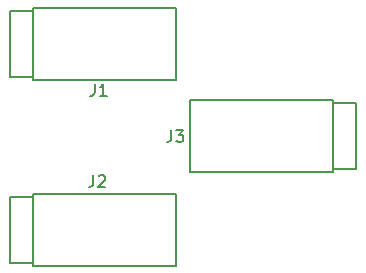
<source format=gto>
G04 #@! TF.GenerationSoftware,KiCad,Pcbnew,5.1.2-f72e74a~84~ubuntu16.04.1*
G04 #@! TF.CreationDate,2019-05-05T15:33:26-04:00*
G04 #@! TF.ProjectId,switch_adaptor,73776974-6368-45f6-9164-6170746f722e,1.0*
G04 #@! TF.SameCoordinates,Original*
G04 #@! TF.FileFunction,Legend,Top*
G04 #@! TF.FilePolarity,Positive*
%FSLAX46Y46*%
G04 Gerber Fmt 4.6, Leading zero omitted, Abs format (unit mm)*
G04 Created by KiCad (PCBNEW 5.1.2-f72e74a~84~ubuntu16.04.1) date 2019-05-05 15:33:26*
%MOMM*%
%LPD*%
G04 APERTURE LIST*
%ADD10C,0.150000*%
G04 APERTURE END LIST*
D10*
X156534000Y-100328000D02*
X156534000Y-94728000D01*
X154534000Y-94728000D02*
X156534000Y-94728000D01*
X154534000Y-100328000D02*
X156534000Y-100328000D01*
X154534000Y-94478000D02*
X142434000Y-94478000D01*
X154534000Y-100578000D02*
X142434000Y-100578000D01*
X142434000Y-100578000D02*
X142434000Y-94478000D01*
X154534000Y-100578000D02*
X154534000Y-94478000D01*
X127184000Y-102618000D02*
X127184000Y-108218000D01*
X129184000Y-108218000D02*
X127184000Y-108218000D01*
X129184000Y-102618000D02*
X127184000Y-102618000D01*
X129184000Y-108468000D02*
X141284000Y-108468000D01*
X129184000Y-102368000D02*
X141284000Y-102368000D01*
X141284000Y-102368000D02*
X141284000Y-108468000D01*
X129184000Y-102368000D02*
X129184000Y-108468000D01*
X127184000Y-86870000D02*
X127184000Y-92470000D01*
X129184000Y-92470000D02*
X127184000Y-92470000D01*
X129184000Y-86870000D02*
X127184000Y-86870000D01*
X129184000Y-92720000D02*
X141284000Y-92720000D01*
X129184000Y-86620000D02*
X141284000Y-86620000D01*
X141284000Y-86620000D02*
X141284000Y-92720000D01*
X129184000Y-86620000D02*
X129184000Y-92720000D01*
X140890666Y-96988380D02*
X140890666Y-97702666D01*
X140843047Y-97845523D01*
X140747809Y-97940761D01*
X140604952Y-97988380D01*
X140509714Y-97988380D01*
X141271619Y-96988380D02*
X141890666Y-96988380D01*
X141557333Y-97369333D01*
X141700190Y-97369333D01*
X141795428Y-97416952D01*
X141843047Y-97464571D01*
X141890666Y-97559809D01*
X141890666Y-97797904D01*
X141843047Y-97893142D01*
X141795428Y-97940761D01*
X141700190Y-97988380D01*
X141414476Y-97988380D01*
X141319238Y-97940761D01*
X141271619Y-97893142D01*
X134286666Y-100798380D02*
X134286666Y-101512666D01*
X134239047Y-101655523D01*
X134143809Y-101750761D01*
X134000952Y-101798380D01*
X133905714Y-101798380D01*
X134715238Y-100893619D02*
X134762857Y-100846000D01*
X134858095Y-100798380D01*
X135096190Y-100798380D01*
X135191428Y-100846000D01*
X135239047Y-100893619D01*
X135286666Y-100988857D01*
X135286666Y-101084095D01*
X135239047Y-101226952D01*
X134667619Y-101798380D01*
X135286666Y-101798380D01*
X134410666Y-93072380D02*
X134410666Y-93786666D01*
X134363047Y-93929523D01*
X134267809Y-94024761D01*
X134124952Y-94072380D01*
X134029714Y-94072380D01*
X135410666Y-94072380D02*
X134839238Y-94072380D01*
X135124952Y-94072380D02*
X135124952Y-93072380D01*
X135029714Y-93215238D01*
X134934476Y-93310476D01*
X134839238Y-93358095D01*
M02*

</source>
